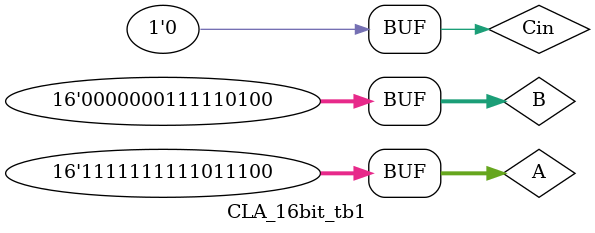
<source format=sv>
module CLA_16bit_tb1 ();
	logic [15:0] A, B, R;
	logic Cin, PG, CG, GG, Cout;
	
	// instantiate device under test
	CLA_16bit dut (A, B, Cin, R, CG, PG, GG);

	// simulate thoroughly
	initial begin
		A = 16'd2; B = 16'd3; Cin = 1'b0;
		#10;
		
		A = 16'd9; B = 16'd5; Cin = 1'b0;
		#10;
		
		A = 16'd65500; B = 16'd35; Cin = 1'b0;
		#10;
		
		A = 16'd65500; B = 16'd35; Cin = 1'b1;
		#10;

		A = 16'd65500; B = 16'd500; Cin = 1'b0;
		#10;
	end
endmodule

</source>
